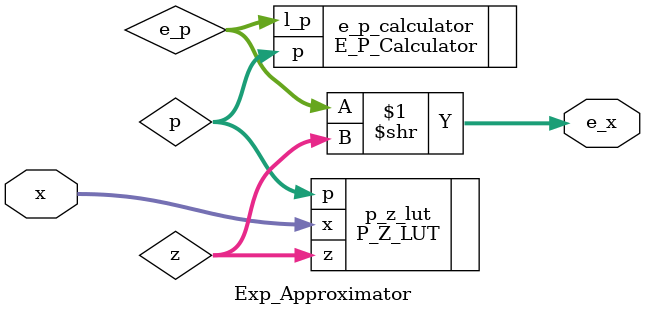
<source format=sv>
`timescale 1ns / 1ps
`include "E_P_Calculator.sv"

module Exp_Approximator #(
    parameter BITWIDTH = 16,
    parameter LUT_ADDRESS_WIDTH = 4
)(
    input   logic   [LUT_ADDRESS_WIDTH - 1 : 0] x,
    output  logic   [BITWIDTH - 1 : 0] e_x

);

/// TODO: Handle signed integers

logic [BITWIDTH - 1 : 0] e_p;
logic [BITWIDTH - 1 : 0] p, z;

P_Z_LUT #(
    .BITWIDTH(BITWIDTH),
    .LUT_ADDRESS_WIDTH(LUT_ADDRESS_WIDTH)

) p_z_lut(
    .x(x),
    .p(p),
    .z(z)
);


E_P_Calculator #(
    .BITWIDTH(BITWIDTH)
) e_p_calculator(
    
    .p(p),
    .l_p(e_p)
);

assign e_x = e_p >> z;

endmodule


</source>
